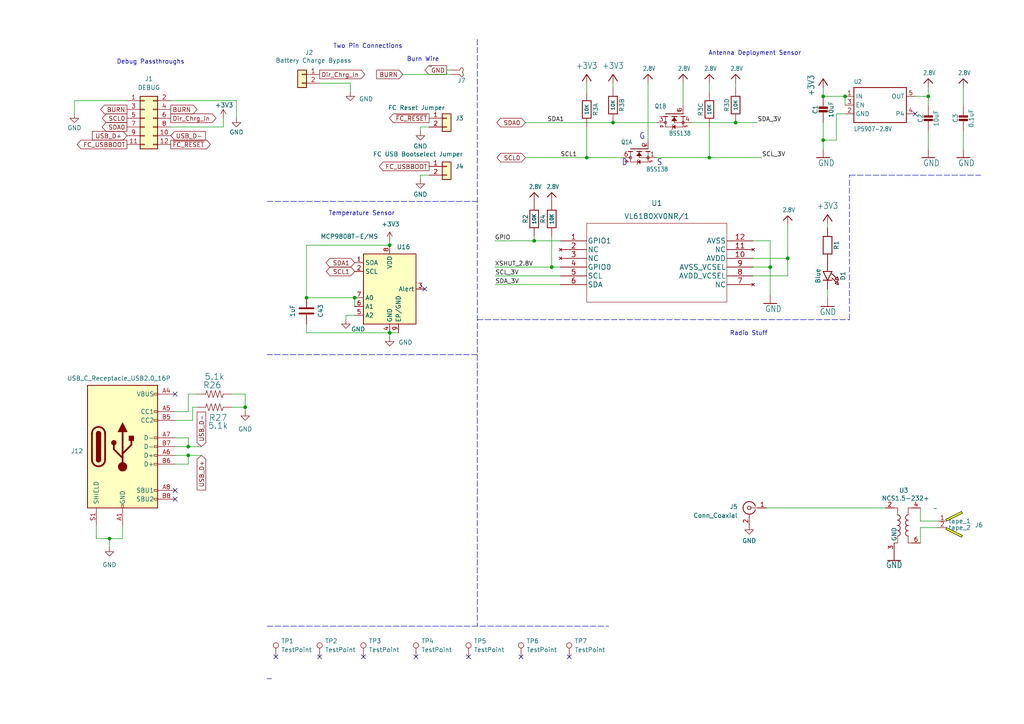
<source format=kicad_sch>
(kicad_sch (version 20250114) (generator "eeschema") (generator_version "9.0")
  (paper "A4")
  (lib_symbols
    (symbol "+3V3_1" (power) (pin_names (offset 0))
      (property "Value" "+3V3_1" (at 0 3.556 0))
      (symbol "+3V3_1_1_1"
        (pin power_in line (at 0 0 90) (length 0) (hide yes) (name "+3V3") (number "1"))
      )
    )
    (symbol "Adafruit ItsyBitsy RP2040-eagle-import:+3V3" (power)
      (property "Value" "+3V3" (at -2.54 -5.08 90))
      (symbol "+3V3_1_0"
        (pin power_in line (at 0 -2.54 90) (length 2.54) (name "+3V3") (number "1"))
      )
    )
    (symbol "Adafruit ItsyBitsy RP2040-eagle-import:GND" (power)
      (property "Value" "GND" (at -2.54 -2.54 0))
      (symbol "GND_1_0"
        (pin power_in line (at 0 2.54 270) (length 2.54) (name "GND") (number "1"))
      )
    )
    (symbol "Adafruit ItsyBitsy RP2040-eagle-import:LED0603_NOOUTLINE"
      (property "Reference" "D1" (at -1.27 4.445 0))
      (property "Value" "Blue" (at -1.27 -2.794 0))
      (symbol "LED0603_NOOUTLINE_1_0"
        (pin passive line (at -5.08 0 0) (length 2.54) (name "A") (number "1"))
        (pin passive line (at 2.54 0 180) (length 2.54) (name "C") (number "2"))
      )
    )
    (symbol "Adafruit ItsyBitsy RP2040-eagle-import:RESISTOR_0402NO"
      (property "Reference" "R" (at 0 2.54 0))
      (property "Value" "RESISTOR_0402NO" (at 0 0 0))
      (symbol "RESISTOR_0402NO_1_0"
        (pin passive line (at -5.08 0 0) (length 2.54) (name "1") (number "1"))
        (pin passive line (at 5.08 0 180) (length 2.54) (name "2") (number "2"))
      )
    )
    (symbol "Adafruit VL6180 Time of Flight Sensor-eagle-import:2.8V" (power)
      (property "Value" "2.8V" (at -1.524 1.016 0))
      (symbol "2.8V_1_0"
        (pin power_in line (at 0 -2.54 90) (length 2.54) (name "2.8V") (number "1"))
      )
    )
    (symbol "Adafruit VL6180 Time of Flight Sensor-eagle-import:CAP_CERAMIC0603_NO"
      (property "Reference" "C" (at -2.29 1.25 90))
      (property "Value" "CAP_CERAMIC0603_NO" (at 2.3 1.25 90))
      (symbol "CAP_CERAMIC0603_NO_1_0"
        (pin passive line (at 0 5.08 270) (length 2.54) (name "1") (number "1"))
        (pin passive line (at 0 -2.54 90) (length 2.54) (name "2") (number "2"))
      )
    )
    (symbol "Adafruit VL6180 Time of Flight Sensor-eagle-import:CAP_CERAMIC0805-NOOUTLINE"
      (property "Reference" "C" (at -2.29 1.25 90))
      (property "Value" "CAP_CERAMIC0805-NOOUTLINE" (at 2.3 1.25 90))
      (symbol "CAP_CERAMIC0805-NOOUTLINE_1_0"
        (pin passive line (at 0 5.08 270) (length 2.54) (name "1") (number "1"))
        (pin passive line (at 0 -2.54 90) (length 2.54) (name "2") (number "2"))
      )
    )
    (symbol "Adafruit VL6180 Time of Flight Sensor-eagle-import:GND" (power)
      (property "Value" "GND" (at -2.54 -2.54 0))
      (symbol "GND_1_0"
        (pin power_in line (at 0 2.54 270) (length 2.54) (name "GND") (number "1"))
      )
    )
    (symbol "Adafruit VL6180 Time of Flight Sensor-eagle-import:MOSFET-N_DUAL"
      (property "Reference" "Q" (at 5.08 0.635 0))
      (property "Value" "MOSFET-N_DUAL" (at 5.08 -1.27 0))
      (symbol "MOSFET-N_DUAL_1_0"
        (text "G" (at -1.27 -1.905 0) (effects (font (size 0.8128 0.6908)) (justify left bottom)))
        (text "D" (at 3.175 3.175 0) (effects (font (size 0.8128 0.6908)) (justify left bottom)))
        (text "S" (at 3.175 -3.81 0) (effects (font (size 0.8128 0.6908)) (justify left bottom)))
        (pin bidirectional line (at -2.54 -2.54 0) (length 2.54) (name "G") (number "2"))
        (pin bidirectional line (at 2.54 5.08 270) (length 2.54) (name "D") (number "6"))
        (pin bidirectional line (at 2.54 -5.08 90) (length 2.54) (name "S") (number "1"))
      )
      (symbol "MOSFET-N_DUAL_2_0"
        (text "G" (at -1.27 -1.905 0) (effects (font (size 0.8128 0.6908)) (justify left bottom)))
        (text "D" (at 3.175 3.175 0) (effects (font (size 0.8128 0.6908)) (justify left bottom)))
        (text "S" (at 3.175 -3.81 0) (effects (font (size 0.8128 0.6908)) (justify left bottom)))
        (pin bidirectional line (at -2.54 -2.54 0) (length 2.54) (name "G") (number "5"))
        (pin bidirectional line (at 2.54 5.08 270) (length 2.54) (name "D") (number "3"))
        (pin bidirectional line (at 2.54 -5.08 90) (length 2.54) (name "S") (number "4"))
      )
    )
    (symbol "Adafruit VL6180 Time of Flight Sensor-eagle-import:RESISTOR_0603_NOOUT"
      (property "Reference" "R" (at 0 2.54 0))
      (property "Value" "RESISTOR_0603_NOOUT" (at 0 0 0))
      (symbol "RESISTOR_0603_NOOUT_1_0"
        (pin passive line (at -5.08 0 0) (length 2.54) (name "1") (number "1"))
        (pin passive line (at 5.08 0 180) (length 2.54) (name "2") (number "2"))
      )
    )
    (symbol "Adafruit VL6180 Time of Flight Sensor-eagle-import:RESISTOR_4PACK"
      (property "Reference" "R" (at 0 2.54 0))
      (property "Value" "RESISTOR_4PACK" (at 0 0 0))
      (symbol "RESISTOR_4PACK_1_0"
        (pin passive line (at -5.08 0 0) (length 2.54) (name "1") (number "1"))
        (pin passive line (at 5.08 0 180) (length 2.54) (name "2") (number "8"))
      )
      (symbol "RESISTOR_4PACK_2_0"
        (pin passive line (at -5.08 0 0) (length 2.54) (name "1") (number "2"))
        (pin passive line (at 5.08 0 180) (length 2.54) (name "2") (number "7"))
      )
      (symbol "RESISTOR_4PACK_3_0"
        (pin passive line (at -5.08 0 0) (length 2.54) (name "1") (number "3"))
        (pin passive line (at 5.08 0 180) (length 2.54) (name "2") (number "6"))
      )
      (symbol "RESISTOR_4PACK_4_0"
        (pin passive line (at -5.08 0 0) (length 2.54) (name "1") (number "4"))
        (pin passive line (at 5.08 0 180) (length 2.54) (name "2") (number "5"))
      )
    )
    (symbol "Adafruit VL6180 Time of Flight Sensor-eagle-import:VREG_SOT23-5"
      (property "Reference" "U" (at -7.62 6.096 0))
      (property "Value" "VREG_SOT23-5" (at -7.62 -7.62 0))
      (symbol "VREG_SOT23-5_1_0"
        (pin power_in line (at -10.16 2.54 0) (length 2.54) (name "IN") (number "1"))
        (pin input line (at -10.16 0 0) (length 2.54) (name "EN") (number "3"))
        (pin power_in line (at -10.16 -2.54 0) (length 2.54) (name "GND") (number "2"))
        (pin power_in line (at 10.16 2.54 180) (length 2.54) (name "OUT") (number "5"))
        (pin bidirectional line (at 10.16 -2.54 180) (length 2.54) (name "P4") (number "4"))
      )
    )
    (symbol "Antenna:Burn_Wire"
      (property "Reference" "J7" (at -3.058 1.778 0))
      (property "Value" "~" (at 5.842 -2.413 0))
      (symbol "Burn_Wire_1_0"
        (pin passive line (at 0 0 180) (length 2.54) (name "Power") (number "1"))
        (pin passive line (at 0 -1.27 180) (length 2.54) (name "GND") (number "2"))
      )
    )
    (symbol "Antenna:Tape_Measure_Antenna"
      (property "Reference" "J" (at 0 0 0))
      (symbol "Tape_Measure_Antenna_1_1"
        (pin bidirectional line (at 0.762 -3.683 0) (length 2.54) (name "tape_1") (number "1"))
        (pin bidirectional line (at 0.762 -5.588 0) (length 2.54) (name "tape_2") (number "2"))
      )
    )
    (symbol "Connector:Conn_Coaxial" (pin_names (offset 1.016) (hide yes))
      (property "Reference" "J" (at 0.254 3.048 0))
      (property "Value" "Conn_Coaxial" (at 2.921 0 90))
      (symbol "Conn_Coaxial_1_1"
        (pin passive line (at -5.08 0 0) (length 2.54) (name "In") (number "1"))
        (pin passive line (at 0 -5.08 90) (length 2.54) (name "Ext") (number "2"))
      )
    )
    (symbol "Connector:TestPoint" (pin_numbers (hide yes)) (pin_names (offset 0.762) (hide yes))
      (property "Reference" "TP" (at 0 6.858 0))
      (property "Value" "TestPoint" (at 0 5.08 0))
      (symbol "TestPoint_1_1"
        (pin passive line (at 0 0 90) (length 2.54) (name "1") (number "1"))
      )
    )
    (symbol "Connector:USB_C_Receptacle_USB2.0_16P" (pin_names (offset 1.016))
      (property "Reference" "J" (at 0 22.225 0))
      (property "Value" "USB_C_Receptacle_USB2.0_16P" (at 0 19.685 0))
      (symbol "USB_C_Receptacle_USB2.0_16P_1_1"
        (pin passive line (at -7.62 -22.86 90) (length 5.08) (name "SHIELD") (number "S1"))
        (pin passive line (at 0 -22.86 90) (length 5.08) (name "GND") (number "A1"))
        (pin passive line (at 0 -22.86 90) (length 5.08) (hide yes) (name "GND") (number "A12"))
        (pin passive line (at 0 -22.86 90) (length 5.08) (hide yes) (name "GND") (number "B1"))
        (pin passive line (at 0 -22.86 90) (length 5.08) (hide yes) (name "GND") (number "B12"))
        (pin passive line (at 15.24 15.24 180) (length 5.08) (name "VBUS") (number "A4"))
        (pin passive line (at 15.24 15.24 180) (length 5.08) (hide yes) (name "VBUS") (number "A9"))
        (pin passive line (at 15.24 15.24 180) (length 5.08) (hide yes) (name "VBUS") (number "B4"))
        (pin passive line (at 15.24 15.24 180) (length 5.08) (hide yes) (name "VBUS") (number "B9"))
        (pin bidirectional line (at 15.24 10.16 180) (length 5.08) (name "CC1") (number "A5"))
        (pin bidirectional line (at 15.24 7.62 180) (length 5.08) (name "CC2") (number "B5"))
        (pin bidirectional line (at 15.24 2.54 180) (length 5.08) (name "D-") (number "A7"))
        (pin bidirectional line (at 15.24 0 180) (length 5.08) (name "D-") (number "B7"))
        (pin bidirectional line (at 15.24 -2.54 180) (length 5.08) (name "D+") (number "A6"))
        (pin bidirectional line (at 15.24 -5.08 180) (length 5.08) (name "D+") (number "B6"))
        (pin bidirectional line (at 15.24 -12.7 180) (length 5.08) (name "SBU1") (number "A8"))
        (pin bidirectional line (at 15.24 -15.24 180) (length 5.08) (name "SBU2") (number "B8"))
      )
    )
    (symbol "Connector_Generic:Conn_01x02" (pin_names (offset 1.016) (hide yes))
      (property "Reference" "J" (at 0 2.54 0))
      (property "Value" "Conn_01x02" (at 0 -5.08 0))
      (symbol "Conn_01x02_1_1"
        (pin passive line (at -5.08 0 0) (length 3.81) (name "Pin_1") (number "1"))
        (pin passive line (at -5.08 -2.54 0) (length 3.81) (name "Pin_2") (number "2"))
      )
    )
    (symbol "Connector_Generic:Conn_02x06_Odd_Even" (pin_names (offset 1.016) (hide yes))
      (property "Reference" "J" (at 1.27 7.62 0))
      (property "Value" "Conn_02x06_Odd_Even" (at 1.27 -10.16 0))
      (symbol "Conn_02x06_Odd_Even_1_1"
        (pin passive line (at -5.08 5.08 0) (length 3.81) (name "Pin_1") (number "1"))
        (pin passive line (at -5.08 2.54 0) (length 3.81) (name "Pin_3") (number "3"))
        (pin passive line (at -5.08 0 0) (length 3.81) (name "Pin_5") (number "5"))
        (pin passive line (at -5.08 -2.54 0) (length 3.81) (name "Pin_7") (number "7"))
        (pin passive line (at -5.08 -5.08 0) (length 3.81) (name "Pin_9") (number "9"))
        (pin passive line (at -5.08 -7.62 0) (length 3.81) (name "Pin_11") (number "11"))
        (pin passive line (at 7.62 5.08 180) (length 3.81) (name "Pin_2") (number "2"))
        (pin passive line (at 7.62 2.54 180) (length 3.81) (name "Pin_4") (number "4"))
        (pin passive line (at 7.62 0 180) (length 3.81) (name "Pin_6") (number "6"))
        (pin passive line (at 7.62 -2.54 180) (length 3.81) (name "Pin_8") (number "8"))
        (pin passive line (at 7.62 -5.08 180) (length 3.81) (name "Pin_10") (number "10"))
        (pin passive line (at 7.62 -7.62 180) (length 3.81) (name "Pin_12") (number "12"))
      )
    )
    (symbol "Device:C" (pin_numbers (hide yes)) (pin_names (offset 0.254))
      (property "Reference" "C" (at 0.635 2.54 0))
      (property "Value" "C" (at 0.635 -2.54 0))
      (symbol "C_1_1"
        (pin passive line (at 0 3.81 270) (length 2.794) (name "~") (number "1"))
        (pin passive line (at 0 -3.81 90) (length 2.794) (name "~") (number "2"))
      )
    )
    (symbol "GND_1" (power) (pin_numbers (hide yes)) (pin_names (offset 0) (hide yes))
      (property "Value" "GND" (at 0 -3.81 0))
      (symbol "GND_1_1_1"
        (pin power_in line (at 0 0 270) (length 0) (name "~") (number "1"))
      )
    )
    (symbol "GND_2" (power) (pin_numbers (hide yes)) (pin_names (offset 0) (hide yes))
      (property "Value" "GND" (at 0 -3.81 0))
      (symbol "GND_2_1_1"
        (pin power_in line (at 0 0 270) (length 0) (name "~") (number "1"))
      )
    )
    (symbol "Sensor_Temperature:MCP9808_DFN"
      (property "Reference" "U" (at -6.35 11.43 0))
      (property "Value" "MCP9808_DFN" (at 10.16 11.43 0))
      (symbol "MCP9808_DFN_1_1"
        (pin bidirectional line (at -10.16 7.62 0) (length 2.54) (name "SDA") (number "1"))
        (pin input line (at -10.16 5.08 0) (length 2.54) (name "SCL") (number "2"))
        (pin input line (at -10.16 -2.54 0) (length 2.54) (name "A0") (number "7"))
        (pin input line (at -10.16 -5.08 0) (length 2.54) (name "A1") (number "6"))
        (pin input line (at -10.16 -7.62 0) (length 2.54) (name "A2") (number "5"))
        (pin power_in line (at 0 12.7 270) (length 2.54) (name "VDD") (number "8"))
        (pin power_in line (at 0 -12.7 90) (length 2.54) (name "GND") (number "4"))
        (pin power_in line (at 2.54 -12.7 90) (length 2.54) (name "EP/GND") (number "9"))
        (pin output line (at 10.16 0 180) (length 2.54) (name "Alert") (number "3"))
      )
    )
    (symbol "Transformer:0433BM15A0001"
      (property "Reference" "U3" (at 0 10.16 0))
      (property "Value" "0433BM15A0001" (at 0 7.62 0))
      (symbol "0433BM15A0001_1_1"
        (pin passive line (at -5.08 5.08 0) (length 2.54) (name "~") (number "2"))
        (pin passive line (at -2.54 -7.62 90) (length 2.54) (hide yes) (name "GND") (number "1"))
        (pin power_in line (at -2.54 -7.62 90) (length 2.54) (name "GND") (number "3"))
        (pin passive line (at 0 -7.62 90) (length 2.54) (hide yes) (name "NC") (number "5"))
        (pin passive line (at 5.08 5.08 180) (length 2.54) (name "~") (number "4"))
        (pin passive line (at 5.08 -5.08 180) (length 2.54) (name "~") (number "6"))
      )
    )
    (symbol "VL6180X0NR:VL6180XV0NR/1" (pin_names (offset 0.254))
      (property "Reference" "U" (at 27.94 10.16 0))
      (property "Value" "VL6180XV0NR{slash}1" (at 27.94 7.62 0))
      (symbol "VL6180XV0NR/1_1_1"
        (pin bidirectional line (at 0 0 0) (length 7.62) (name "GPIO1") (number "1"))
        (pin no_connect line (at 0 -2.54 0) (length 7.62) (name "NC") (number "2"))
        (pin no_connect line (at 0 -5.08 0) (length 7.62) (name "NC") (number "3"))
        (pin bidirectional line (at 0 -7.62 0) (length 7.62) (name "GPIO0") (number "4"))
        (pin input line (at 0 -10.16 0) (length 7.62) (name "SCL") (number "5"))
        (pin bidirectional line (at 0 -12.7 0) (length 7.62) (name "SDA") (number "6"))
        (pin power_in line (at 55.88 0 180) (length 7.62) (name "AVSS") (number "12"))
        (pin no_connect line (at 55.88 -2.54 180) (length 7.62) (name "NC") (number "11"))
        (pin power_in line (at 55.88 -5.08 180) (length 7.62) (name "AVDD") (number "10"))
        (pin power_in line (at 55.88 -7.62 180) (length 7.62) (name "AVSS_VCSEL") (number "9"))
        (pin power_in line (at 55.88 -10.16 180) (length 7.62) (name "AVDD_VCSEL") (number "8"))
        (pin no_connect line (at 55.88 -12.7 180) (length 7.62) (name "NC") (number "7"))
      )
    )
    (symbol "mainboard:RESISTOR0603" (pin_names (offset 1.016))
      (property "Reference" "R" (at 0 1.524 0))
      (property "Value" "RESISTOR0603" (at 0 -1.524 0))
      (symbol "RESISTOR0603_1_0"
        (pin passive line (at -5.08 0 0) (length 2.54) (name "1") (number "1"))
        (pin passive line (at 5.08 0 180) (length 2.54) (name "2") (number "2"))
      )
    )
    (symbol "power:GND" (power) (pin_names (offset 0))
      (property "Value" "GND" (at 0 -3.81 0))
      (symbol "GND_1_1"
        (pin power_in line (at 0 0 270) (length 0) (hide yes) (name "GND") (number "1"))
      )
    )
    (symbol "solar-panel-side-Z-rescue:+3.3V-power" (power) (pin_names (offset 0))
      (property "Value" "+3.3V-power" (at 0 3.556 0))
      (symbol "+3.3V-power_1_1"
        (pin power_in line (at 0 0 90) (length 0) (hide yes) (name "+3V3") (number "1"))
      )
    )
  )
  (text "Two Pin Connections\n" (at 106.68 13.462 0) (effects (font (size 1.27 1.27))))
  (text "S" (at 190.5 48.26 0) (effects (font (size 1.778 1.5113)) (justify left bottom)))
  (text "Antenna Deployment Sensor" (at 218.948 15.494 0) (effects (font (size 1.27 1.27))))
  (text "Radio Stuff" (at 217.17 96.774 0) (effects (font (size 1.27 1.27))))
  (text "Debug Passthroughs" (at 43.688 18.034 0) (effects (font (size 1.27 1.27))))
  (text "Burn Wire" (at 122.682 17.272 0) (effects (font (size 1.27 1.27))))
  (text "Temperature Sensor" (at 104.902 61.976 0) (effects (font (size 1.27 1.27))))
  (text "G" (at 185.42 40.64 0) (effects (font (size 1.778 1.5113)) (justify left bottom)))
  (text "D" (at 180.34 48.26 0) (effects (font (size 1.778 1.5113)) (justify left bottom)))
  (junction (at 205.74 45.72))
  (junction (at 223.393 77.47))
  (junction (at 113.03 96.52))
  (junction (at 31.75 156.21))
  (junction (at 269.24 27.94))
  (junction (at 238.76 40.64))
  (junction (at 238.76 27.94))
  (junction (at 170.18 45.72))
  (junction (at 102.87 86.36))
  (junction (at 71.12 118.11))
  (junction (at 213.36 35.56))
  (junction (at 88.9 86.36))
  (junction (at 54.61 129.54))
  (junction (at 177.8 35.56))
  (junction (at 154.94 69.85))
  (junction (at 160.02 77.47))
  (junction (at 245.11 27.94))
  (junction (at 113.03 71.12))
  (junction (at 228.473 74.93))
  (junction (at 54.61 132.08))
  (no_connect (at 105.41 190.5))
  (no_connect (at 92.71 190.5))
  (no_connect (at 135.89 190.5))
  (no_connect (at 120.65 190.5))
  (no_connect (at 165.1 190.5))
  (no_connect (at 80.01 190.5))
  (no_connect (at 265.43 33.02))
  (no_connect (at 50.8 144.78))
  (no_connect (at 151.13 190.5))
  (no_connect (at 50.8 142.24))
  (no_connect (at 123.19 83.82))
  (no_connect (at 50.8 114.3))
  (wire (pts (xy 101.6 24.13) (xy 101.6 26.67)))
  (wire (pts (xy 213.36 25.4) (xy 213.36 24.13)))
  (wire (pts (xy 228.473 74.93) (xy 228.473 65.151)))
  (wire (pts (xy 67.31 118.11) (xy 71.12 118.11)))
  (wire (pts (xy 213.36 35.56) (xy 219.71 35.56)))
  (wire (pts (xy 31.75 156.21) (xy 31.75 158.75)))
  (wire (pts (xy 177.8 25.4) (xy 177.8 24.13)))
  (wire (pts (xy 198.12 30.48) (xy 198.12 24.13)))
  (wire (pts (xy 240.03 83.82) (xy 240.03 86.36)))
  (wire (pts (xy 190.5 45.72) (xy 205.74 45.72)))
  (wire (pts (xy 170.18 45.72) (xy 152.4 45.72)))
  (wire (pts (xy 27.94 156.21) (xy 27.94 152.4)))
  (wire (pts (xy 50.8 121.92) (xy 55.88 121.92)))
  (wire (pts (xy 222.377 147.32) (xy 256.794 147.32)))
  (wire (pts (xy 218.44 77.47) (xy 223.393 77.47)))
  (wire (pts (xy 205.74 36.83) (xy 205.74 45.72)))
  (wire (pts (xy 64.77 36.83) (xy 64.77 34.29)))
  (wire (pts (xy 154.94 69.85) (xy 162.56 69.85)))
  (wire (pts (xy 272.034 151.13) (xy 266.954 151.13)))
  (wire (pts (xy 50.8 119.38) (xy 54.61 119.38)))
  (wire (pts (xy 205.74 26.67) (xy 205.74 24.13)))
  (wire (pts (xy 113.03 69.85) (xy 113.03 71.12)))
  (wire (pts (xy 113.03 97.79) (xy 113.03 96.52)))
  (wire (pts (xy 54.61 134.62) (xy 50.8 134.62)))
  (wire (pts (xy 152.4 35.56) (xy 177.8 35.56)))
  (wire (pts (xy 55.88 121.92) (xy 55.88 118.11)))
  (wire (pts (xy 279.4 38.1) (xy 279.4 43.18)))
  (wire (pts (xy 190.5 35.56) (xy 177.8 35.56)))
  (polyline (pts (xy 138.43 11.43) (xy 138.43 102.87)) (stroke (width 0) (type dash)))
  (wire (pts (xy 54.61 114.3) (xy 57.15 114.3)))
  (polyline (pts (xy 138.43 102.87) (xy 138.43 181.61)) (stroke (width 0) (type dash)))
  (wire (pts (xy 205.74 45.72) (xy 220.98 45.72)))
  (wire (pts (xy 67.31 114.3) (xy 71.12 114.3)))
  (wire (pts (xy 266.954 151.13) (xy 266.954 147.32)))
  (wire (pts (xy 55.88 118.11) (xy 57.15 118.11)))
  (wire (pts (xy 223.393 69.85) (xy 223.393 77.47)))
  (wire (pts (xy 54.61 119.38) (xy 54.61 114.3)))
  (wire (pts (xy 180.34 45.72) (xy 170.18 45.72)))
  (wire (pts (xy 35.56 156.21) (xy 31.75 156.21)))
  (wire (pts (xy 124.46 50.8) (xy 121.92 50.8)))
  (wire (pts (xy 143.637 80.01) (xy 162.56 80.01)))
  (wire (pts (xy 242.57 40.64) (xy 238.76 40.64)))
  (wire (pts (xy 265.43 27.94) (xy 269.24 27.94)))
  (wire (pts (xy 269.24 38.1) (xy 269.24 43.18)))
  (wire (pts (xy 266.954 153.035) (xy 266.954 157.48)))
  (wire (pts (xy 102.87 86.36) (xy 102.87 88.9)))
  (wire (pts (xy 124.46 36.83) (xy 121.92 36.83)))
  (wire (pts (xy 218.44 69.85) (xy 223.393 69.85)))
  (wire (pts (xy 88.9 96.52) (xy 88.9 93.98)))
  (polyline (pts (xy 246.38 92.71) (xy 246.38 50.8)) (stroke (width 0) (type dash)))
  (wire (pts (xy 36.83 29.21) (xy 21.59 29.21)))
  (wire (pts (xy 187.96 40.64) (xy 187.96 24.13)))
  (wire (pts (xy 54.61 127) (xy 50.8 127)))
  (wire (pts (xy 160.02 77.47) (xy 162.56 77.47)))
  (wire (pts (xy 160.02 68.58) (xy 160.02 77.47)))
  (wire (pts (xy 92.71 24.13) (xy 101.6 24.13)))
  (wire (pts (xy 238.76 40.64) (xy 238.76 35.56)))
  (wire (pts (xy 245.11 27.94) (xy 238.76 27.94)))
  (wire (pts (xy 170.18 24.13) (xy 170.18 26.67)))
  (wire (pts (xy 200.66 35.56) (xy 213.36 35.56)))
  (polyline (pts (xy 77.47 196.85) (xy 78.74 196.85)))
  (wire (pts (xy 100.33 91.44) (xy 100.33 92.71)))
  (wire (pts (xy 68.58 29.21) (xy 68.58 34.29)))
  (wire (pts (xy 269.24 27.94) (xy 269.24 25.4)))
  (wire (pts (xy 223.393 77.47) (xy 223.393 85.471)))
  (polyline (pts (xy 77.47 181.61) (xy 176.53 181.61)) (stroke (width 0) (type dash)))
  (wire (pts (xy 242.57 33.02) (xy 242.57 40.64)))
  (wire (pts (xy 238.76 25.4) (xy 238.76 27.94)))
  (wire (pts (xy 154.94 68.58) (xy 154.94 69.85)))
  (polyline (pts (xy 246.38 50.8) (xy 284.48 50.8)) (stroke (width 0) (type dash)))
  (wire (pts (xy 218.44 80.01) (xy 228.473 80.01)))
  (wire (pts (xy 272.034 153.035) (xy 266.954 153.035)))
  (wire (pts (xy 54.61 129.54) (xy 54.61 127)))
  (wire (pts (xy 279.4 25.4) (xy 279.4 30.48)))
  (wire (pts (xy 54.61 132.08) (xy 54.61 134.62)))
  (wire (pts (xy 143.51 77.47) (xy 160.02 77.47)))
  (polyline (pts (xy 77.47 58.42) (xy 138.43 58.42)) (stroke (width 0) (type dash)))
  (wire (pts (xy 54.61 129.54) (xy 50.8 129.54)))
  (wire (pts (xy 240.03 66.04) (xy 240.03 64.77)))
  (polyline (pts (xy 138.43 92.71) (xy 246.38 92.71)) (stroke (width 0) (type dash)))
  (wire (pts (xy 121.92 36.83) (xy 121.92 38.1)))
  (wire (pts (xy 115.57 96.52) (xy 113.03 96.52)))
  (wire (pts (xy 228.473 74.93) (xy 228.473 80.01)))
  (wire (pts (xy 54.61 132.08) (xy 58.42 132.08)))
  (wire (pts (xy 54.61 129.54) (xy 58.42 129.54)))
  (wire (pts (xy 54.61 132.08) (xy 50.8 132.08)))
  (polyline (pts (xy 138.43 102.87) (xy 77.47 102.87)) (stroke (width 0) (type dash)))
  (wire (pts (xy 245.11 30.48) (xy 245.11 27.94)))
  (wire (pts (xy 71.12 114.3) (xy 71.12 118.11)))
  (wire (pts (xy 35.56 152.4) (xy 35.56 156.21)))
  (wire (pts (xy 238.76 40.64) (xy 238.76 43.18)))
  (wire (pts (xy 88.9 71.12) (xy 113.03 71.12)))
  (wire (pts (xy 121.92 50.8) (xy 121.92 52.07)))
  (wire (pts (xy 218.44 74.93) (xy 228.473 74.93)))
  (wire (pts (xy 49.53 29.21) (xy 68.58 29.21)))
  (wire (pts (xy 88.9 71.12) (xy 88.9 86.36)))
  (wire (pts (xy 116.84 21.59) (xy 130.81 21.59)))
  (wire (pts (xy 245.11 33.02) (xy 242.57 33.02)))
  (wire (pts (xy 130.81 20.32) (xy 129.54 20.32)))
  (wire (pts (xy 88.9 96.52) (xy 113.03 96.52)))
  (wire (pts (xy 143.637 82.55) (xy 162.56 82.55)))
  (wire (pts (xy 21.59 29.21) (xy 21.59 33.02)))
  (wire (pts (xy 143.51 69.85) (xy 154.94 69.85)))
  (wire (pts (xy 31.75 156.21) (xy 27.94 156.21)))
  (wire (pts (xy 269.24 27.94) (xy 269.24 30.48)))
  (wire (pts (xy 71.12 118.11) (xy 71.12 119.38)))
  (wire (pts (xy 88.9 86.36) (xy 102.87 86.36)))
  (wire (pts (xy 170.18 36.83) (xy 170.18 45.72)))
  (wire (pts (xy 102.87 91.44) (xy 100.33 91.44)))
  (wire (pts (xy 49.53 36.83) (xy 64.77 36.83)))
  (label "GPIO" (at 143.51 69.85 0) (effects (font (size 1.2446 1.2446))))
  (label "SDA1" (at 158.75 35.56 0) (effects (font (size 1.2446 1.2446))))
  (label "SCL_3V" (at 143.637 80.01 0) (effects (font (size 1.2446 1.2446))))
  (label "SDA_3V" (at 143.637 82.55 0) (effects (font (size 1.2446 1.2446))))
  (label "SCL1" (at 162.56 45.72 0) (effects (font (size 1.2446 1.2446))))
  (label "SCL_3V" (at 220.98 45.72 0) (effects (font (size 1.2446 1.2446))))
  (label "SDA_3V" (at 219.71 35.56 0) (effects (font (size 1.2446 1.2446))))
  (label "XSHUT_2.8V" (at 143.51 77.47 0) (effects (font (size 1.2446 1.2446))))
  (global_label "SCL1" (shape bidirectional) (at 102.87 78.74 180) (property "Intersheetrefs" "${INTERSHEET_REFS}" (effects (hide yes))))
  (global_label "~{FC_RESET}" (shape output) (at 124.46 34.29 180) (property "Intersheetrefs" "${INTERSHEET_REFS}" (effects (hide yes))))
  (global_label "SCL0" (shape output) (at 36.83 34.29 180) (property "Intersheetrefs" "${INTERSHEET_REFS}" (effects (hide yes))))
  (global_label "USB_D-" (shape input) (at 49.53 39.37 0) (property "Intersheetrefs" "${INTERSHEET_REFS}" (effects (hide yes))))
  (global_label "Dir_Chrg_In" (shape output) (at 92.71 21.59 0) (property "Intersheetrefs" "${INTERSHEET_REFS}" (effects (hide yes))))
  (global_label "SDA0" (shape bidirectional) (at 152.4 35.56 180) (property "Intersheetrefs" "${INTERSHEET_REFS}" (effects (hide yes))))
  (global_label "FC_USBBOOT" (shape output) (at 36.83 41.91 180) (property "Intersheetrefs" "${INTERSHEET_REFS}" (effects (hide yes))))
  (global_label "SCL0" (shape bidirectional) (at 152.4 45.72 180) (property "Intersheetrefs" "${INTERSHEET_REFS}" (effects (hide yes))))
  (global_label "SDA0" (shape output) (at 36.83 36.83 180) (property "Intersheetrefs" "${INTERSHEET_REFS}" (effects (hide yes))))
  (global_label "BURN" (shape output) (at 36.83 31.75 180) (property "Intersheetrefs" "${INTERSHEET_REFS}" (effects (hide yes))))
  (global_label "GND" (shape output) (at 129.54 20.32 180) (property "Intersheetrefs" "${INTERSHEET_REFS}" (effects (hide yes))))
  (global_label "USB_D-" (shape input) (at 58.42 129.54 90) (property "Intersheetrefs" "${INTERSHEET_REFS}" (effects (hide yes))))
  (global_label "SDA1" (shape bidirectional) (at 102.87 76.2 180) (property "Intersheetrefs" "${INTERSHEET_REFS}" (effects (hide yes))))
  (global_label "USB_D+" (shape input) (at 58.42 132.08 270) (property "Intersheetrefs" "${INTERSHEET_REFS}" (effects (hide yes))))
  (global_label "USB_D+" (shape input) (at 36.83 39.37 180) (property "Intersheetrefs" "${INTERSHEET_REFS}" (effects (hide yes))))
  (global_label "FC_USBBOOT" (shape output) (at 124.46 48.26 180) (property "Intersheetrefs" "${INTERSHEET_REFS}" (effects (hide yes))))
  (global_label "~{FC_RESET}" (shape output) (at 49.53 41.91 0) (property "Intersheetrefs" "${INTERSHEET_REFS}" (effects (hide yes))))
  (global_label "BURN" (shape output) (at 49.53 31.75 0) (property "Intersheetrefs" "${INTERSHEET_REFS}" (effects (hide yes))))
  (global_label "BURN" (shape input) (at 116.84 21.59 180) (property "Intersheetrefs" "${INTERSHEET_REFS}" (effects (hide yes))))
  (global_label "Dir_Chrg_In" (shape output) (at 49.53 34.29 0) (property "Intersheetrefs" "${INTERSHEET_REFS}" (effects (hide yes))))
  (symbol (lib_id "Adafruit VL6180 Time of Flight Sensor-eagle-import:MOSFET-N_DUAL") (at 185.42 43.18 90) (mirror x) (unit 1)
    (property "Reference" "Q1" (at 183.388 41.91 90) (effects (font (size 1.27 1.0795)) (justify left bottom)))
    (property "Value" "BSS138" (at 193.802 49.784 90) (effects (font (size 1.27 1.0795)) (justify left bottom)))
    (property "Footprint" "Package_TO_SOT_SMD:SOT-363_SC-70-6" (effects (hide yes)))
  )
  (symbol (lib_id "Adafruit VL6180 Time of Flight Sensor-eagle-import:2.8V") (at 228.473 62.611 0) (unit 1)
    (property "Reference" "#U$09" (effects (hide yes)))
    (property "Value" "2.8V" (at 226.949 61.595 0) (effects (font (size 1.27 1.0795)) (justify left bottom)))
    (property "Footprint" "Adafruit VL6180 Time of Flight Sensor:" (effects (hide yes)))
  )
  (symbol (lib_id "Antenna:Tape_Measure_Antenna") (at 271.272 147.447 0) (unit 1)
    (property "Reference" "J6" (at 282.702 152.273 0) (effects (justify left)))
    (property "Value" "~" (at 271.272 147.447 0))
    (property "Footprint" "Antenna_board:Tape_Measure_Antenna" (effects (hide yes)))
  )
  (symbol (lib_name "GND_1") (lib_id "power:GND") (at 71.12 119.38 0) (unit 1)
    (property "Reference" "#PWR090" (effects (hide yes)))
    (property "Value" "GND" (at 71.12 124.46 0))
    (property "Description" "Power symbol creates a global label with name \"GND\" , ground" (effects (hide yes)))
  )
  (symbol (lib_id "Adafruit VL6180 Time of Flight Sensor-eagle-import:2.8V") (at 279.4 22.86 0) (unit 1)
    (property "Reference" "#U$012" (effects (hide yes)))
    (property "Value" "2.8V" (at 277.876 21.844 0) (effects (font (size 1.27 1.0795)) (justify left bottom)))
    (property "Footprint" "Adafruit VL6180 Time of Flight Sensor:" (effects (hide yes)))
  )
  (symbol (lib_id "VL6180X0NR:VL6180XV0NR/1") (at 162.56 69.85 0) (unit 1)
    (property "Reference" "U1" (at 190.5 58.928 0) (effects (font (size 1.524 1.524))))
    (property "Value" "VL6180XV0NR/1" (at 190.5 62.738 0) (effects (font (size 1.524 1.524))))
    (property "Footprint" "Adafruit VL6180 Time of Flight Sensor:VL6180" (effects (hide yes)))
  )
  (symbol (lib_id "Adafruit ItsyBitsy RP2040-eagle-import:+3V3") (at 177.8 21.59 0) (unit 1)
    (property "Reference" "#+3V03" (effects (hide yes)))
    (property "Value" "+3V3" (at 177.8 19.05 0) (effects (font (size 1.778 1.5113))))
    (property "Footprint" "Adafruit ItsyBitsy RP2040:" (effects (hide yes)))
  )
  (symbol (lib_id "Adafruit VL6180 Time of Flight Sensor-eagle-import:GND") (at 279.4 45.72 0) (unit 1)
    (property "Reference" "#U$013" (effects (hide yes)))
    (property "Value" "GND" (at 277.876 48.26 0) (effects (font (size 1.778 1.5113)) (justify left bottom)))
    (property "Footprint" "Adafruit VL6180 Time of Flight Sensor:" (effects (hide yes)))
  )
  (symbol (lib_id "Adafruit VL6180 Time of Flight Sensor-eagle-import:RESISTOR_4PACK") (at 205.74 31.75 90) (mirror x) (unit 3)
    (property "Reference" "R3" (at 203.2 31.75 0))
    (property "Value" "10K" (at 205.74 31.75 0) (effects (font (size 1.016 1.016) (bold yes))))
    (property "Footprint" "Resistor_SMD:R_Array_Convex_4x0603" (effects (hide yes)))
  )
  (symbol (lib_id "Connector_Generic:Conn_01x02") (at 129.54 34.29 0) (unit 1)
    (property "Reference" "J3" (at 132.08 34.2899 0) (effects (justify left)))
    (property "Value" "FC Reset Jumper" (at 112.522 31.242 0) (effects (justify left)))
    (property "Footprint" "Connector_PinHeader_2.54mm:PinHeader_1x02_P2.54mm_Vertical" (effects (hide yes)))
    (property "Description" "Generic connector, single row, 01x02, script generated (kicad-library-utils/schlib/autogen/connector/)" (effects (hide yes)))
  )
  (symbol (lib_id "Adafruit ItsyBitsy RP2040-eagle-import:+3V3") (at 240.03 62.23 0) (unit 1)
    (property "Reference" "#+3V01" (effects (hide yes)))
    (property "Value" "+3V3" (at 240.03 59.69 0) (effects (font (size 1.778 1.5113))))
    (property "Footprint" "Adafruit ItsyBitsy RP2040:" (effects (hide yes)))
  )
  (symbol (lib_id "Adafruit VL6180 Time of Flight Sensor-eagle-import:2.8V") (at 213.36 21.59 0) (unit 1)
    (property "Reference" "#U$07" (effects (hide yes)))
    (property "Value" "2.8V" (at 211.836 20.574 0) (effects (font (size 1.27 1.0795)) (justify left bottom)))
    (property "Footprint" "Adafruit VL6180 Time of Flight Sensor:" (effects (hide yes)))
  )
  (symbol (lib_id "Adafruit VL6180 Time of Flight Sensor-eagle-import:GND") (at 223.393 88.011 0) (unit 1)
    (property "Reference" "#U$08" (effects (hide yes)))
    (property "Value" "GND" (at 221.869 90.551 0) (effects (font (size 1.778 1.5113)) (justify left bottom)))
    (property "Footprint" "Adafruit VL6180 Time of Flight Sensor:" (effects (hide yes)))
  )
  (symbol (lib_id "Adafruit VL6180 Time of Flight Sensor-eagle-import:VREG_SOT23-5") (at 255.27 30.48 0) (unit 1)
    (property "Reference" "U2" (at 247.65 24.384 0) (effects (font (size 1.27 1.0795)) (justify left bottom)))
    (property "Value" "LP5907-2.8V" (at 247.65 38.1 0) (effects (font (size 1.27 1.0795)) (justify left bottom)))
    (property "Footprint" "Package_TO_SOT_SMD:SOT-23-5" (effects (hide yes)))
  )
  (symbol (lib_id "Connector:TestPoint") (at 120.65 190.5 0) (unit 1)
    (property "Reference" "TP4" (at 122.174 185.928 0) (effects (justify left)))
    (property "Value" "TestPoint" (at 122.174 188.468 0) (effects (justify left)))
    (property "Footprint" "MountingHole:MountingHole_2.7mm_M2.5_Pad" (effects (hide yes)))
  )
  (symbol (lib_id "power:GND") (at 113.03 97.79 0) (unit 1)
    (property "Reference" "#PWR0110" (effects (hide yes)))
    (property "Value" "GND" (at 117.602 99.314 0))
  )
  (symbol (lib_id "Adafruit VL6180 Time of Flight Sensor-eagle-import:CAP_CERAMIC0603_NO") (at 279.4 35.56 0) (unit 1)
    (property "Reference" "C3" (at 277.11 34.31 90))
    (property "Value" "0.1uF" (at 281.7 34.31 90))
    (property "Footprint" "Capacitor_SMD:C_0603_1608Metric" (effects (hide yes)))
  )
  (symbol (lib_name "GND_2") (lib_id "power:GND") (at 101.6 26.67 0) (unit 1)
    (property "Reference" "#PWR022" (effects (hide yes)))
    (property "Value" "GND" (at 106.172 28.702 0))
    (property "Description" "Power symbol creates a global label with name \"GND\" , ground" (effects (hide yes)))
  )
  (symbol (lib_id "Adafruit VL6180 Time of Flight Sensor-eagle-import:RESISTOR_4PACK") (at 170.18 31.75 270) (unit 1)
    (property "Reference" "R3" (at 172.72 31.75 0))
    (property "Value" "10K" (at 170.18 31.75 0) (effects (font (size 1.016 1.016) (bold yes))))
    (property "Footprint" "Resistor_SMD:R_Array_Convex_4x0603" (effects (hide yes)))
  )
  (symbol (lib_id "Adafruit VL6180 Time of Flight Sensor-eagle-import:MOSFET-N_DUAL") (at 195.58 33.02 90) (mirror x) (unit 2)
    (property "Reference" "Q1" (at 193.294 31.496 90) (effects (font (size 1.27 1.0795)) (justify left bottom)))
    (property "Value" "BSS138" (at 200.406 39.37 90) (effects (font (size 1.27 1.0795)) (justify left bottom)))
    (property "Footprint" "Package_TO_SOT_SMD:SOT-363_SC-70-6" (effects (hide yes)))
  )
  (symbol (lib_id "Adafruit VL6180 Time of Flight Sensor-eagle-import:CAP_CERAMIC0805-NOOUTLINE") (at 269.24 35.56 0) (unit 1)
    (property "Reference" "C2" (at 266.95 34.31 90))
    (property "Value" "10uF" (at 271.54 34.31 90))
    (property "Footprint" "Capacitor_SMD:C_0805_2012Metric" (effects (hide yes)))
  )
  (symbol (lib_name "GND_1") (lib_id "power:GND") (at 121.92 38.1 0) (unit 1)
    (property "Reference" "#PWR027" (effects (hide yes)))
    (property "Value" "GND" (at 121.92 42.418 0))
    (property "Description" "Power symbol creates a global label with name \"GND\" , ground" (effects (hide yes)))
  )
  (symbol (lib_id "Connector_Generic:Conn_01x02") (at 129.54 48.26 0) (unit 1)
    (property "Reference" "J4" (at 132.08 48.2599 0) (effects (justify left)))
    (property "Value" "FC USB Bootselect Jumper" (at 108.204 44.704 0) (effects (justify left)))
    (property "Footprint" "Connector_PinHeader_2.54mm:PinHeader_1x02_P2.54mm_Vertical" (effects (hide yes)))
    (property "Description" "Generic connector, single row, 01x02, script generated (kicad-library-utils/schlib/autogen/connector/)" (effects (hide yes)))
  )
  (symbol (lib_id "Adafruit ItsyBitsy RP2040-eagle-import:+3V3") (at 238.76 22.86 0) (unit 1)
    (property "Reference" "#+3V04" (effects (hide yes)))
    (property "Value" "+3V3" (at 236.22 27.94 90) (effects (font (size 1.778 1.5113)) (justify left bottom)))
    (property "Footprint" "Adafruit ItsyBitsy RP2040:" (effects (hide yes)))
  )
  (symbol (lib_id "Adafruit ItsyBitsy RP2040-eagle-import:RESISTOR_0402NO") (at 240.03 71.12 270) (unit 1)
    (property "Reference" "R1" (at 242.57 71.12 0))
    (property "Value" "10k" (effects (hide yes)))
    (property "Footprint" "Resistor_SMD:R_0402_1005Metric" (effects (hide yes)))
  )
  (symbol (lib_id "Adafruit VL6180 Time of Flight Sensor-eagle-import:RESISTOR_4PACK") (at 213.36 30.48 90) (mirror x) (unit 4)
    (property "Reference" "R3" (at 210.82 30.48 0))
    (property "Value" "10K" (at 213.36 30.48 0) (effects (font (size 1.016 1.016) (bold yes))))
    (property "Footprint" "Resistor_SMD:R_Array_Convex_4x0603" (effects (hide yes)))
  )
  (symbol (lib_id "Adafruit VL6180 Time of Flight Sensor-eagle-import:GND") (at 238.76 45.72 0) (unit 1)
    (property "Reference" "#U$05" (effects (hide yes)))
    (property "Value" "GND" (at 237.236 48.26 0) (effects (font (size 1.778 1.5113)) (justify left bottom)))
    (property "Footprint" "Adafruit VL6180 Time of Flight Sensor:" (effects (hide yes)))
  )
  (symbol (lib_id "Transformer:0433BM15A0001") (at 261.874 152.4 0) (unit 1)
    (property "Reference" "U3" (at 262.128 142.24 0))
    (property "Value" "NCS1.5-232+" (at 262.636 144.526 0))
    (property "Footprint" "RF_Converter:Balun_Johanson_0896BM15A0001" (effects (hide yes)))
    (property "Datasheet" "https://www.minicircuits.com/pdfs/NCS1.5-232+.pdf" (effects (hide yes)))
  )
  (symbol (lib_id "Connector:TestPoint") (at 135.89 190.5 0) (unit 1)
    (property "Reference" "TP5" (at 137.414 185.928 0) (effects (justify left)))
    (property "Value" "TestPoint" (at 137.414 188.468 0) (effects (justify left)))
    (property "Footprint" "MountingHole:MountingHole_2.7mm_M2.5_Pad" (effects (hide yes)))
  )
  (symbol (lib_id "Adafruit VL6180 Time of Flight Sensor-eagle-import:RESISTOR_0603_NOOUT") (at 160.02 63.5 90) (unit 1)
    (property "Reference" "R4" (at 157.48 63.5 0))
    (property "Value" "10K" (at 160.02 63.5 0) (effects (font (size 1.016 1.016) (bold yes))))
    (property "Footprint" "Resistor_SMD:R_0603_1608Metric" (effects (hide yes)))
  )
  (symbol (lib_id "Adafruit VL6180 Time of Flight Sensor-eagle-import:2.8V") (at 205.74 21.59 0) (unit 1)
    (property "Reference" "#U$06" (effects (hide yes)))
    (property "Value" "2.8V" (at 204.216 20.574 0) (effects (font (size 1.27 1.0795)) (justify left bottom)))
    (property "Footprint" "Adafruit VL6180 Time of Flight Sensor:" (effects (hide yes)))
  )
  (symbol (lib_id "Connector:USB_C_Receptacle_USB2.0_16P") (at 35.56 129.54 0) (unit 1)
    (property "Reference" "J12" (at 24.13 130.8101 0) (effects (justify right)))
    (property "Value" "USB_C_Receptacle_USB2.0_16P" (at 49.53 109.728 0) (effects (justify right)))
    (property "Footprint" "Connector_USB:USB_C_Receptacle_HRO_TYPE-C-31-M-12" (effects (hide yes)))
    (property "Datasheet" "https://www.usb.org/sites/default/files/documents/usb_type-c.zip" (effects (hide yes)))
    (property "Description" "USB 2.0-only 16P Type-C Receptacle connector" (effects (hide yes)))
  )
  (symbol (lib_id "Device:C") (at 88.9 90.17 0) (unit 1)
    (property "Reference" "C43" (at 92.964 90.17 90))
    (property "Value" "1uF" (at 84.836 90.17 90))
    (property "Footprint" "Capacitor_SMD:C_0805_2012Metric" (effects (hide yes)))
  )
  (symbol (lib_id "Adafruit VL6180 Time of Flight Sensor-eagle-import:2.8V") (at 154.94 55.88 0) (unit 1)
    (property "Reference" "#U$01" (effects (hide yes)))
    (property "Value" "2.8V" (at 153.416 54.864 0) (effects (font (size 1.27 1.0795)) (justify left bottom)))
    (property "Footprint" "Adafruit VL6180 Time of Flight Sensor:" (effects (hide yes)))
  )
  (symbol (lib_id "Adafruit VL6180 Time of Flight Sensor-eagle-import:2.8V") (at 160.02 55.88 0) (unit 1)
    (property "Reference" "#U$02" (effects (hide yes)))
    (property "Value" "2.8V" (at 158.496 54.864 0) (effects (font (size 1.27 1.0795)) (justify left bottom)))
    (property "Footprint" "Adafruit VL6180 Time of Flight Sensor:" (effects (hide yes)))
  )
  (symbol (lib_id "Connector:Conn_Coaxial") (at 217.297 147.32 0) (mirror y) (unit 1)
    (property "Reference" "J5" (at 213.995 146.9782 0) (effects (justify left)))
    (property "Value" "Conn_Coaxial" (at 213.995 149.5182 0) (effects (justify left)))
    (property "Footprint" "Connector_Coaxial:SMA_Amphenol_901-144_Vertical" (effects (hide yes)))
    (property "Datasheet" " ~" (effects (hide yes)))
  )
  (symbol (lib_id "Adafruit VL6180 Time of Flight Sensor-eagle-import:GND") (at 269.24 45.72 0) (unit 1)
    (property "Reference" "#U$011" (effects (hide yes)))
    (property "Value" "GND" (at 267.716 48.26 0) (effects (font (size 1.778 1.5113)) (justify left bottom)))
    (property "Footprint" "Adafruit VL6180 Time of Flight Sensor:" (effects (hide yes)))
  )
  (symbol (lib_id "Connector:TestPoint") (at 80.01 190.5 0) (unit 1)
    (property "Reference" "TP1" (at 81.534 185.928 0) (effects (justify left)))
    (property "Value" "TestPoint" (at 81.534 188.468 0) (effects (justify left)))
    (property "Footprint" "MountingHole:MountingHole_2.7mm_M2.5_Pad" (effects (hide yes)))
  )
  (symbol (lib_id "Connector_Generic:Conn_02x06_Odd_Even") (at 41.91 34.29 0) (unit 1)
    (property "Reference" "J1" (at 43.18 22.86 0))
    (property "Value" "DEBUG" (at 43.18 25.4 0))
    (property "Footprint" "Connector_Hirose:Hirose_DF11-12DP-2DSA_2x06_P2.00mm_Vertical" (effects (hide yes)))
    (property "Description" "Generic connector, double row, 02x06, odd/even pin numbering scheme (row 1 odd numbers, row 2 even numbers), script generated (kicad-library-utils/schlib/autogen/connector/)" (effects (hide yes)))
  )
  (symbol (lib_id "power:GND") (at 68.58 34.29 0) (mirror y) (unit 1)
    (property "Reference" "#PWR040" (effects (hide yes)))
    (property "Value" "GND" (at 68.58 38.354 0))
  )
  (symbol (lib_id "Adafruit VL6180 Time of Flight Sensor-eagle-import:2.8V") (at 187.96 21.59 0) (unit 1)
    (property "Reference" "#U$03" (effects (hide yes)))
    (property "Value" "2.8V" (at 186.436 20.574 0) (effects (font (size 1.27 1.0795)) (justify left bottom)))
    (property "Footprint" "Adafruit VL6180 Time of Flight Sensor:" (effects (hide yes)))
  )
  (symbol (lib_name "GND_1") (lib_id "power:GND") (at 31.75 158.75 0) (unit 1)
    (property "Reference" "#PWR086" (effects (hide yes)))
    (property "Value" "GND" (at 31.75 163.83 0))
    (property "Description" "Power symbol creates a global label with name \"GND\" , ground" (effects (hide yes)))
  )
  (symbol (lib_id "Adafruit VL6180 Time of Flight Sensor-eagle-import:2.8V") (at 198.12 21.59 0) (unit 1)
    (property "Reference" "#U$04" (effects (hide yes)))
    (property "Value" "2.8V" (at 196.596 20.574 0) (effects (font (size 1.27 1.0795)) (justify left bottom)))
    (property "Footprint" "Adafruit VL6180 Time of Flight Sensor:" (effects (hide yes)))
  )
  (symbol (lib_id "Adafruit VL6180 Time of Flight Sensor-eagle-import:CAP_CERAMIC0805-NOOUTLINE") (at 238.76 33.02 0) (unit 1)
    (property "Reference" "C1" (at 236.47 31.77 90))
    (property "Value" "10uF" (at 241.06 31.77 90))
    (property "Footprint" "Capacitor_SMD:C_0805_2012Metric" (effects (hide yes)))
  )
  (symbol (lib_id "Connector_Generic:Conn_01x02") (at 87.63 21.59 0) (mirror y) (unit 1)
    (property "Reference" "J2" (at 89.662 15.24 0))
    (property "Value" "Battery Charge Bypass" (at 90.932 17.526 0))
    (property "Footprint" "Connector_PinHeader_2.54mm:PinHeader_1x02_P2.54mm_Vertical" (effects (hide yes)))
  )
  (symbol (lib_id "mainboard:RESISTOR0603") (at 62.23 118.11 180) (unit 1) (in_bom no)
    (property "Reference" "R27" (at 63.246 120.142 0) (effects (font (size 1.778 1.778)) (justify bottom)))
    (property "Value" "5.1k" (at 63.246 124.46 0) (effects (font (size 1.778 1.778)) (justify top)))
    (property "Footprint" "Resistor_SMD:R_0603_1608Metric" (effects (hide yes)))
    (property "Description" "5.1k 0603" (effects (hide yes)))
  )
  (symbol (lib_name "GND_1") (lib_id "power:GND") (at 121.92 52.07 0) (unit 1)
    (property "Reference" "#PWR028" (effects (hide yes)))
    (property "Value" "GND" (at 121.92 56.388 0))
    (property "Description" "Power symbol creates a global label with name \"GND\" , ground" (effects (hide yes)))
  )
  (symbol (lib_id "Connector:TestPoint") (at 92.71 190.5 0) (unit 1)
    (property "Reference" "TP2" (at 94.234 185.928 0) (effects (justify left)))
    (property "Value" "TestPoint" (at 94.234 188.468 0) (effects (justify left)))
    (property "Footprint" "MountingHole:MountingHole_2.7mm_M2.5_Pad" (effects (hide yes)))
  )
  (symbol (lib_id "mainboard:RESISTOR0603") (at 62.23 114.3 180) (unit 1) (in_bom no)
    (property "Reference" "R26" (at 61.5696 110.6932 0) (effects (font (size 1.778 1.778)) (justify bottom)))
    (property "Value" "5.1k" (at 62.23 110.236 0) (effects (font (size 1.778 1.778)) (justify top)))
    (property "Footprint" "Resistor_SMD:R_0603_1608Metric" (effects (hide yes)))
    (property "Description" "5.1k 0603" (effects (hide yes)))
  )
  (symbol (lib_id "Adafruit VL6180 Time of Flight Sensor-eagle-import:2.8V") (at 269.24 22.86 0) (unit 1)
    (property "Reference" "#U$010" (effects (hide yes)))
    (property "Value" "2.8V" (at 267.716 21.844 0) (effects (font (size 1.27 1.0795)) (justify left bottom)))
    (property "Footprint" "Adafruit VL6180 Time of Flight Sensor:" (effects (hide yes)))
  )
  (symbol (lib_id "power:GND") (at 100.33 92.71 0) (unit 1)
    (property "Reference" "#PWR035" (effects (hide yes)))
    (property "Value" "GND" (at 103.886 95.504 0))
  )
  (symbol (lib_id "power:GND") (at 21.59 33.02 0) (mirror y) (unit 1)
    (property "Reference" "#PWR015" (effects (hide yes)))
    (property "Value" "GND" (at 21.59 37.084 0))
  )
  (symbol (lib_id "Adafruit ItsyBitsy RP2040-eagle-import:+3V3") (at 170.18 21.59 0) (unit 1)
    (property "Reference" "#+3V02" (effects (hide yes)))
    (property "Value" "+3V3" (at 170.18 19.05 0) (effects (font (size 1.778 1.5113))))
    (property "Footprint" "Adafruit ItsyBitsy RP2040:" (effects (hide yes)))
  )
  (symbol (lib_id "solar-panel-side-Z-rescue:+3.3V-power") (at 113.03 69.85 0) (unit 1)
    (property "Reference" "#PWR065" (effects (hide yes)))
    (property "Value" "+3V3" (at 113.284 65.024 0))
  )
  (symbol (lib_id "Adafruit ItsyBitsy RP2040-eagle-import:LED0603_NOOUTLINE") (at 240.03 81.28 270) (unit 1)
    (property "Reference" "D1" (at 244.475 80.01 0))
    (property "Value" "Blue" (at 237.236 80.01 0))
    (property "Footprint" "LED_SMD:LED_0603_1608Metric" (effects (hide yes)))
  )
  (symbol (lib_id "Connector:TestPoint") (at 165.1 190.5 0) (unit 1)
    (property "Reference" "TP7" (at 166.624 185.928 0) (effects (justify left)))
    (property "Value" "TestPoint" (at 166.624 188.468 0) (effects (justify left)))
    (property "Footprint" "MountingHole:MountingHole_2.7mm_M2.5_Pad" (effects (hide yes)))
  )
  (symbol (lib_name "+3V3_1") (lib_id "power:+3V3") (at 64.77 34.29 0) (unit 1)
    (property "Reference" "#PWR067" (effects (hide yes)))
    (property "Value" "+3V3" (at 65.024 30.48 0))
  )
  (symbol (lib_id "Sensor_Temperature:MCP9808_DFN") (at 113.03 83.82 0) (unit 1)
    (property "Reference" "U16" (at 115.062 71.628 0) (effects (justify left)))
    (property "Value" "MCP9808T-E/MS" (at 92.964 68.58 0) (effects (justify left)))
    (property "Footprint" "Package_SO:MSOP-8-1EP_3x3mm_P0.65mm_EP1.5x1.8mm_ThermalVias" (effects (hide yes)))
    (property "Datasheet" "http://ww1.microchip.com/downloads/en/DeviceDoc/MCP9808-0.5C-Maximum-Accuracy-Digital-Temperature-Sensor-Data-Sheet-DS20005095B.pdf" (effects (hide yes)))
  )
  (symbol (lib_id "Adafruit ItsyBitsy RP2040-eagle-import:GND") (at 259.334 162.56 0) (unit 1)
    (property "Reference" "#GND04" (effects (hide yes)))
    (property "Value" "GND" (at 259.334 163.83 0) (effects (font (size 1.778 1.5113))))
    (property "Footprint" "Adafruit ItsyBitsy RP2040:" (effects (hide yes)))
  )
  (symbol (lib_id "Adafruit VL6180 Time of Flight Sensor-eagle-import:RESISTOR_0603_NOOUT") (at 154.94 63.5 90) (unit 1)
    (property "Reference" "R2" (at 152.4 63.5 0))
    (property "Value" "10K" (at 154.94 63.5 0) (effects (font (size 1.016 1.016) (bold yes))))
    (property "Footprint" "Resistor_SMD:R_0603_1608Metric" (effects (hide yes)))
  )
  (symbol (lib_id "Connector:TestPoint") (at 151.13 190.5 0) (unit 1)
    (property "Reference" "TP6" (at 152.654 185.928 0) (effects (justify left)))
    (property "Value" "TestPoint" (at 152.654 188.468 0) (effects (justify left)))
    (property "Footprint" "MountingHole:MountingHole_2.7mm_M2.5_Pad" (effects (hide yes)))
  )
  (symbol (lib_id "Connector:TestPoint") (at 105.41 190.5 0) (unit 1)
    (property "Reference" "TP3" (at 106.934 185.928 0) (effects (justify left)))
    (property "Value" "TestPoint" (at 106.934 188.468 0) (effects (justify left)))
    (property "Footprint" "MountingHole:MountingHole_2.7mm_M2.5_Pad" (effects (hide yes)))
  )
  (symbol (lib_id "power:GND") (at 217.297 152.4 0) (mirror y) (unit 1)
    (property "Reference" "#PWR03" (effects (hide yes)))
    (property "Value" "GND" (at 217.297 156.8434 0))
  )
  (symbol (lib_id "Antenna:Burn_Wire") (at 130.81 21.59 180) (unit 1)
    (property "Reference" "J7" (at 133.868 23.368 0))
    (property "Value" "~" (at 124.968 19.177 0))
    (property "Footprint" "Antenna_board:Burn_Wire" (effects (hide yes)))
  )
  (symbol (lib_id "Adafruit VL6180 Time of Flight Sensor-eagle-import:RESISTOR_4PACK") (at 177.8 30.48 270) (unit 2)
    (property "Reference" "R3" (at 180.34 30.48 0))
    (property "Value" "10K" (at 177.8 30.48 0) (effects (font (size 1.016 1.016) (bold yes))))
    (property "Footprint" "Resistor_SMD:R_Array_Convex_4x0603" (effects (hide yes)))
  )
  (symbol (lib_id "Adafruit ItsyBitsy RP2040-eagle-import:GND") (at 240.03 88.9 0) (mirror y) (unit 1)
    (property "Reference" "#GND01" (effects (hide yes)))
    (property "Value" "GND" (at 242.57 91.44 0) (effects (font (size 1.778 1.5113)) (justify left bottom)))
    (property "Footprint" "Adafruit ItsyBitsy RP2040:" (effects (hide yes)))
  )
)
</source>
